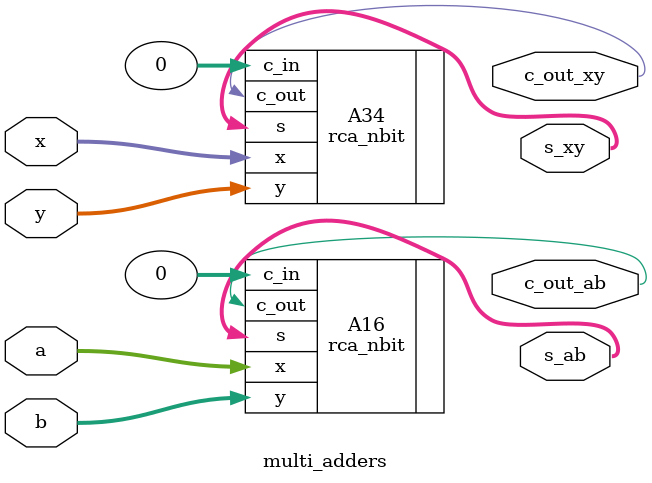
<source format=v>
`timescale 1ns / 1ps


module multi_adders(
    input [15:0] a, b,
    output[15:0] s_ab,
    output c_out_ab,
    
    input [33:0] x, y,
    output[33:0] s_xy,
    output c_out_xy
    );
    
    rca_nbit #(.n(16)) A16 (
    .x(a),
    .y(b),
    .c_in(0),
    .s(s_ab),
    .c_out(c_out_ab)
    );
    
    rca_nbit #(.n(34)) A34 (
    .x(x),
    .y(y),
    .c_in(0),
    .s(s_xy),
    .c_out(c_out_xy)
    );
    
endmodule

</source>
